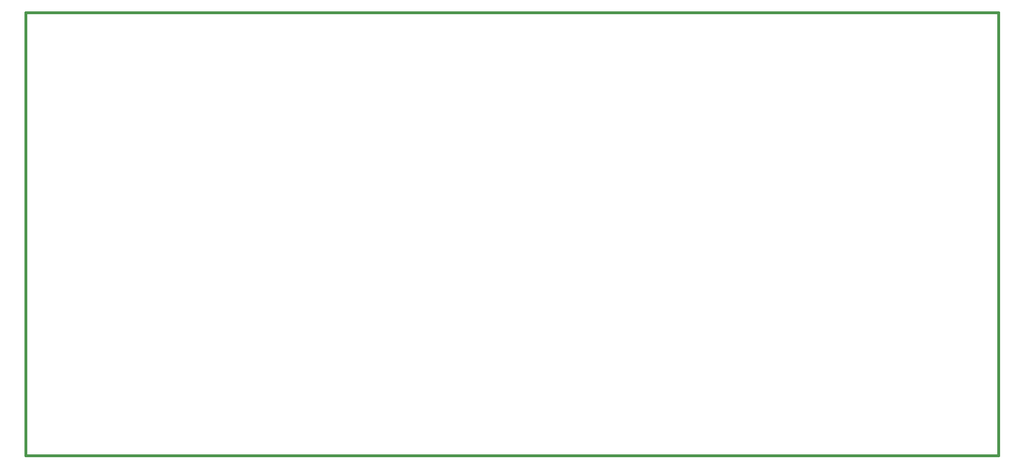
<source format=gko>
G04 (created by PCBNEW-RS274X (2011-05-25)-stable) date Sun 14 Jun 2015 12:27:23 MST*
G01*
G70*
G90*
%MOIN*%
G04 Gerber Fmt 3.4, Leading zero omitted, Abs format*
%FSLAX34Y34*%
G04 APERTURE LIST*
%ADD10C,0.006000*%
%ADD11C,0.015000*%
G04 APERTURE END LIST*
G54D10*
G54D11*
X65000Y-07000D02*
X65000Y-33000D01*
X08000Y-33000D02*
X08000Y-07000D01*
X08000Y-07000D02*
X13000Y-07000D01*
X65000Y-33000D02*
X08000Y-33000D01*
X08000Y-07000D02*
X65000Y-07000D01*
M02*

</source>
